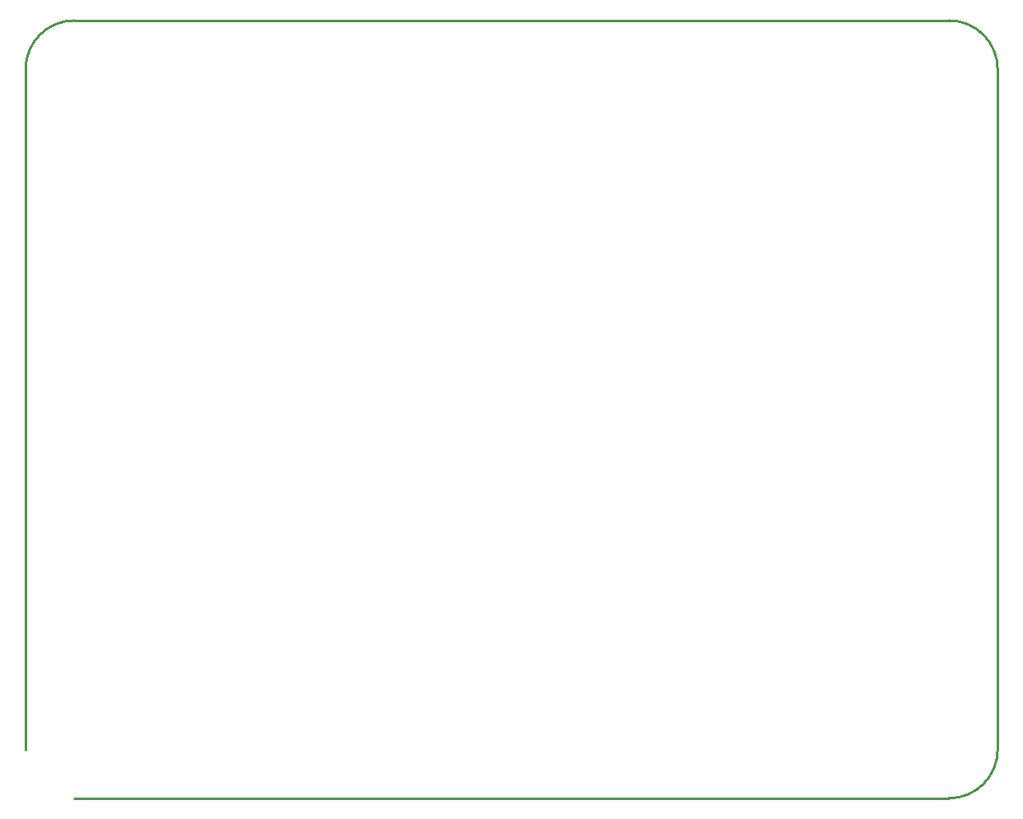
<source format=gm1>
G04*
G04 #@! TF.GenerationSoftware,Altium Limited,Altium Designer,23.6.0 (18)*
G04*
G04 Layer_Color=16711935*
%FSLAX44Y44*%
%MOMM*%
G71*
G04*
G04 #@! TF.SameCoordinates,14FF5C31-A8A2-4FAE-BB4F-38B74BC4A96C*
G04*
G04*
G04 #@! TF.FilePolarity,Positive*
G04*
G01*
G75*
%ADD22C,0.2540*%
D22*
X951270Y1270D02*
G03*
X1001270Y51270I0J50000D01*
G01*
X1001270Y751270D02*
G03*
X951270Y801270I-50000J0D01*
G01*
X51270Y801270D02*
G03*
X1270Y751270I0J-50000D01*
G01*
X51270Y1270D02*
X951270D01*
X1001270Y51270D02*
Y751270D01*
X1270Y51270D02*
Y751270D01*
X51270Y801270D02*
X951270D01*
M02*

</source>
